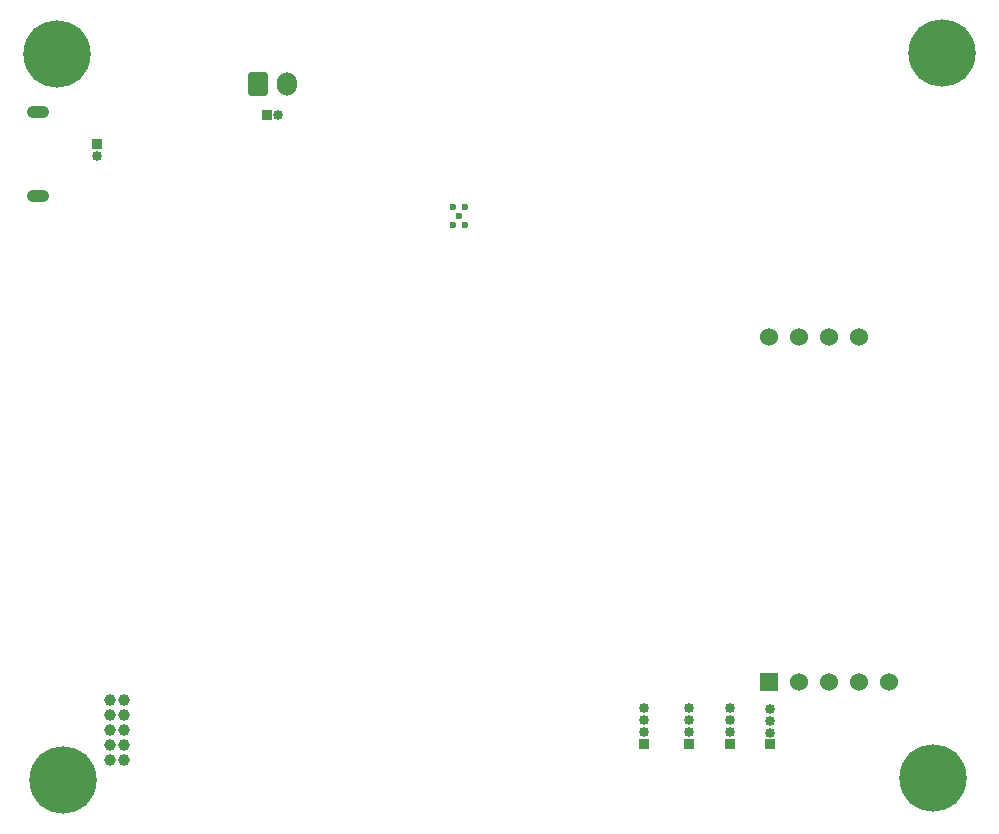
<source format=gbr>
%TF.GenerationSoftware,KiCad,Pcbnew,(5.99.0-8928-gc255dede17)*%
%TF.CreationDate,2021-02-09T19:48:58-08:00*%
%TF.ProjectId,smbpcb,736d6270-6362-42e6-9b69-6361645f7063,rev?*%
%TF.SameCoordinates,Original*%
%TF.FileFunction,Soldermask,Bot*%
%TF.FilePolarity,Negative*%
%FSLAX46Y46*%
G04 Gerber Fmt 4.6, Leading zero omitted, Abs format (unit mm)*
G04 Created by KiCad (PCBNEW (5.99.0-8928-gc255dede17)) date 2021-02-09 19:48:58*
%MOMM*%
%LPD*%
G01*
G04 APERTURE LIST*
G04 Aperture macros list*
%AMRoundRect*
0 Rectangle with rounded corners*
0 $1 Rounding radius*
0 $2 $3 $4 $5 $6 $7 $8 $9 X,Y pos of 4 corners*
0 Add a 4 corners polygon primitive as box body*
4,1,4,$2,$3,$4,$5,$6,$7,$8,$9,$2,$3,0*
0 Add four circle primitives for the rounded corners*
1,1,$1+$1,$2,$3*
1,1,$1+$1,$4,$5*
1,1,$1+$1,$6,$7*
1,1,$1+$1,$8,$9*
0 Add four rect primitives between the rounded corners*
20,1,$1+$1,$2,$3,$4,$5,0*
20,1,$1+$1,$4,$5,$6,$7,0*
20,1,$1+$1,$6,$7,$8,$9,0*
20,1,$1+$1,$8,$9,$2,$3,0*%
G04 Aperture macros list end*
%ADD10C,5.700000*%
%ADD11O,0.850000X0.850000*%
%ADD12R,0.850000X0.850000*%
%ADD13C,0.600000*%
%ADD14C,1.524000*%
%ADD15R,1.524000X1.524000*%
%ADD16O,1.900000X1.050000*%
%ADD17C,1.000000*%
%ADD18O,1.700000X2.000000*%
%ADD19RoundRect,0.250000X-0.600000X-0.750000X0.600000X-0.750000X0.600000X0.750000X-0.600000X0.750000X0*%
G04 APERTURE END LIST*
D10*
%TO.C,REF\u002A\u002A*%
X148500000Y-16500000D03*
%TD*%
D11*
%TO.C,EXT_BATT1*%
X92300000Y-21750000D03*
D12*
X91300000Y-21750000D03*
%TD*%
D11*
%TO.C,AUX_CONN2*%
X127050000Y-72000000D03*
X127050000Y-73000000D03*
X127050000Y-74000000D03*
D12*
X127050000Y-75000000D03*
%TD*%
D13*
%TO.C,U2*%
X107067200Y-31080600D03*
X108067200Y-31080600D03*
X107567200Y-30330600D03*
X108067200Y-29580600D03*
X107067200Y-29580600D03*
%TD*%
D14*
%TO.C,U6*%
X141425000Y-40577500D03*
X138885000Y-40577500D03*
X136345000Y-40577500D03*
X133805000Y-40577500D03*
X143965000Y-69787500D03*
X141425000Y-69787500D03*
X138885000Y-69787500D03*
X136345000Y-69787500D03*
D15*
X133805000Y-69787500D03*
%TD*%
D16*
%TO.C,J1*%
X71950000Y-28625000D03*
X71950000Y-21475000D03*
%TD*%
D17*
%TO.C,J2*%
X79200000Y-71260000D03*
X78040000Y-71260000D03*
X79200000Y-72530000D03*
X78040000Y-72530000D03*
X79200000Y-73800000D03*
X78040000Y-73800000D03*
X79200000Y-75070000D03*
X78040000Y-75070000D03*
X79200000Y-76340000D03*
X78040000Y-76340000D03*
%TD*%
D10*
%TO.C,*%
X74100000Y-78100000D03*
%TD*%
D11*
%TO.C,5V_IN1*%
X76950000Y-25250000D03*
D12*
X76950000Y-24250000D03*
%TD*%
D11*
%TO.C,AUX_CONN1*%
X123300000Y-72000000D03*
X123300000Y-73000000D03*
X123300000Y-74000000D03*
D12*
X123300000Y-75000000D03*
%TD*%
D18*
%TO.C,BT1*%
X93050000Y-19132500D03*
D19*
X90550000Y-19132500D03*
%TD*%
D11*
%TO.C,AUX_CONN3*%
X130580000Y-71987500D03*
X130580000Y-72987500D03*
X130580000Y-73987500D03*
D12*
X130580000Y-74987500D03*
%TD*%
D10*
%TO.C,REF\u002A\u002A*%
X147700000Y-77900000D03*
%TD*%
%TO.C,REF\u002A\u002A*%
X73600000Y-16600000D03*
%TD*%
D11*
%TO.C,AUX_CONN4*%
X133950000Y-72050000D03*
X133950000Y-73050000D03*
X133950000Y-74050000D03*
D12*
X133950000Y-75050000D03*
%TD*%
M02*

</source>
